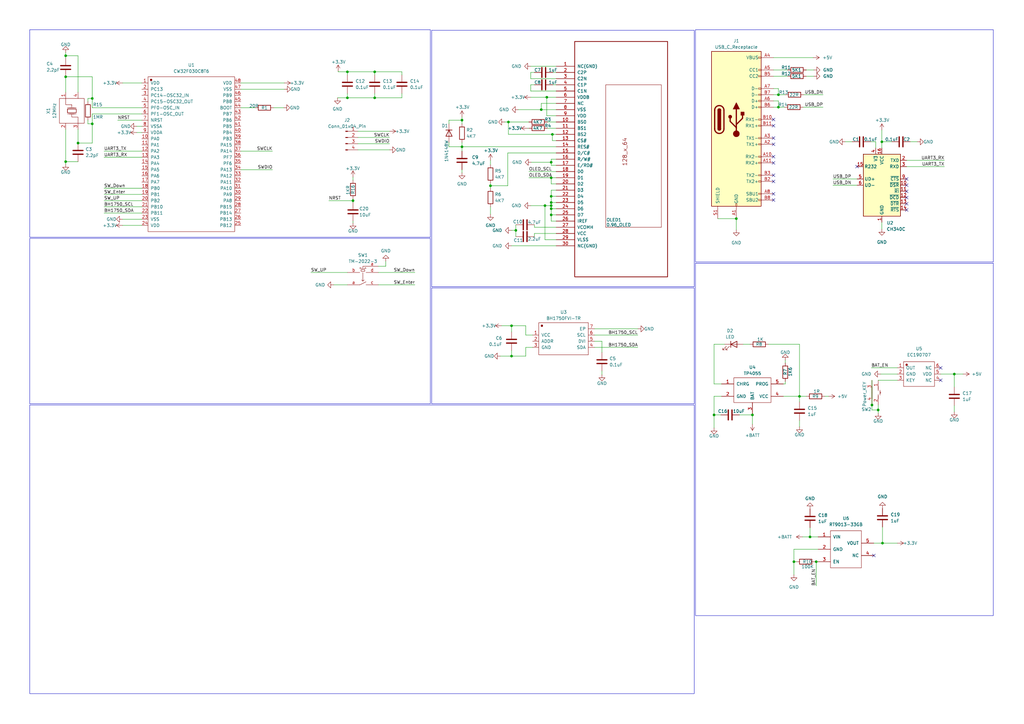
<source format=kicad_sch>
(kicad_sch (version 20230121) (generator eeschema)
  (paper "A3")
  (junction (at 142.494 29.464))
  (junction (at 201.168 76.2))
  (junction (at 153.67 40.132))
  (junction (at 226.568 55.118))
  (junction (at 361.95 222.758))
  (junction (at 226.06 88.138))
  (junction (at 189.484 60.198))
  (junction (at 226.06 85.598))
  (junction (at 325.628 230.378))
  (junction (at 37.846 50.8))
  (junction (at 189.484 49.276))
  (junction (at 357.632 166.116))
  (junction (at 221.996 44.958))
  (junction (at 224.282 39.878))
  (junction (at 308.61 170.18))
  (junction (at 142.494 40.132))
  (junction (at 319.278 43.942))
  (junction (at 211.582 94.488))
  (junction (at 332.232 220.218))
  (junction (at 209.804 133.604))
  (junction (at 319.278 38.862))
  (junction (at 292.862 170.18))
  (junction (at 360.172 168.148))
  (junction (at 32.004 58.674))
  (junction (at 26.924 22.86))
  (junction (at 226.06 72.898))
  (junction (at 334.772 230.378))
  (junction (at 391.414 153.416))
  (junction (at 302.006 89.662))
  (junction (at 153.67 29.464))
  (junction (at 226.06 83.058))
  (junction (at 144.78 82.296))
  (junction (at 26.924 66.294))
  (junction (at 361.696 58.166))
  (junction (at 223.52 84.328))
  (junction (at 209.804 146.05))
  (junction (at 226.06 84.328))
  (junction (at 208.534 50.038))
  (junction (at 327.914 162.56))
  (junction (at 26.924 31.496))
  (junction (at 226.06 80.518))
  (junction (at 226.06 66.548))
  (junction (at 37.846 40.386))
  (no_connect (at 371.856 75.946))
  (no_connect (at 371.856 86.106))
  (no_connect (at 317.246 71.882))
  (no_connect (at 371.856 81.026))
  (no_connect (at 385.826 150.876))
  (no_connect (at 371.856 83.566))
  (no_connect (at 371.856 78.486))
  (no_connect (at 317.246 82.042))
  (no_connect (at 317.246 51.562))
  (no_connect (at 371.856 73.406))
  (no_connect (at 317.246 79.502))
  (no_connect (at 385.826 155.956))
  (no_connect (at 358.394 227.838))
  (no_connect (at 351.536 68.326))
  (no_connect (at 317.246 64.262))
  (no_connect (at 317.246 66.802))
  (no_connect (at 317.246 49.022))
  (no_connect (at 317.246 59.182))
  (no_connect (at 317.246 74.422))
  (no_connect (at 317.246 56.642))
  (wire (pts (xy 317.246 36.322) (xy 319.278 36.322)))
  (wire (pts (xy 201.168 75.184) (xy 201.168 76.2)))
  (wire (pts (xy 209.804 146.05) (xy 215.646 146.05)))
  (wire (pts (xy 36.068 49.276) (xy 36.068 50.8)))
  (wire (pts (xy 209.804 136.144) (xy 209.804 133.604)))
  (wire (pts (xy 308.61 173.99) (xy 308.61 170.18)))
  (wire (pts (xy 223.52 84.328) (xy 226.06 84.328)))
  (wire (pts (xy 164.846 40.132) (xy 153.67 40.132)))
  (wire (pts (xy 32.004 37.846) (xy 32.004 22.86)))
  (wire (pts (xy 224.536 52.578) (xy 228.092 52.578)))
  (wire (pts (xy 26.924 66.294) (xy 32.004 66.294)))
  (wire (pts (xy 226.06 90.678) (xy 228.092 90.678)))
  (wire (pts (xy 228.092 75.438) (xy 226.06 75.438)))
  (wire (pts (xy 329.184 220.218) (xy 332.232 220.218)))
  (wire (pts (xy 136.906 116.84) (xy 142.494 116.84)))
  (wire (pts (xy 226.06 85.598) (xy 226.06 88.138)))
  (wire (pts (xy 144.78 82.296) (xy 144.78 83.058)))
  (wire (pts (xy 26.924 22.86) (xy 26.924 23.876)))
  (wire (pts (xy 334.264 230.378) (xy 334.772 230.378)))
  (wire (pts (xy 319.278 38.862) (xy 317.246 38.862)))
  (wire (pts (xy 317.246 41.402) (xy 319.278 41.402)))
  (wire (pts (xy 36.068 50.8) (xy 37.846 50.8)))
  (wire (pts (xy 359.156 58.166) (xy 359.156 60.706)))
  (wire (pts (xy 333.502 23.622) (xy 317.246 23.622)))
  (wire (pts (xy 226.06 67.818) (xy 228.092 67.818)))
  (wire (pts (xy 327.914 141.224) (xy 327.914 162.56)))
  (wire (pts (xy 327.914 162.56) (xy 321.31 162.56)))
  (wire (pts (xy 42.672 79.756) (xy 58.166 79.756)))
  (wire (pts (xy 376.174 58.166) (xy 373.38 58.166)))
  (wire (pts (xy 243.84 137.414) (xy 261.62 137.414)))
  (wire (pts (xy 208.28 62.738) (xy 208.28 76.2)))
  (wire (pts (xy 226.568 57.658) (xy 226.568 55.118)))
  (wire (pts (xy 42.672 82.296) (xy 58.166 82.296)))
  (wire (pts (xy 361.95 222.758) (xy 358.394 222.758)))
  (wire (pts (xy 228.092 62.738) (xy 208.28 62.738)))
  (wire (pts (xy 327.914 175.006) (xy 327.914 172.466)))
  (wire (pts (xy 226.06 88.138) (xy 228.092 88.138)))
  (wire (pts (xy 329.438 43.942) (xy 337.566 43.942)))
  (wire (pts (xy 134.874 82.296) (xy 144.78 82.296)))
  (wire (pts (xy 208.28 76.2) (xy 201.168 76.2)))
  (wire (pts (xy 42.672 84.836) (xy 58.166 84.836)))
  (wire (pts (xy 201.168 87.884) (xy 201.168 84.836)))
  (wire (pts (xy 319.278 38.862) (xy 322.072 38.862)))
  (wire (pts (xy 32.004 22.86) (xy 26.924 22.86)))
  (wire (pts (xy 361.696 53.34) (xy 361.696 58.166)))
  (wire (pts (xy 341.63 75.946) (xy 351.536 75.946)))
  (wire (pts (xy 346.71 58.166) (xy 349.504 58.166)))
  (wire (pts (xy 216.408 52.578) (xy 216.916 52.578)))
  (wire (pts (xy 261.62 134.874) (xy 243.84 134.874)))
  (wire (pts (xy 208.534 55.118) (xy 208.534 50.038)))
  (wire (pts (xy 368.046 155.956) (xy 360.172 155.956)))
  (wire (pts (xy 226.06 80.518) (xy 226.06 83.058)))
  (wire (pts (xy 217.678 34.798) (xy 217.678 37.338)))
  (wire (pts (xy 360.172 168.148) (xy 360.172 166.116)))
  (wire (pts (xy 319.278 43.942) (xy 321.818 43.942)))
  (wire (pts (xy 365.76 58.166) (xy 361.696 58.166)))
  (wire (pts (xy 184.15 58.42) (xy 184.15 60.198)))
  (wire (pts (xy 323.088 31.242) (xy 317.246 31.242)))
  (wire (pts (xy 228.092 77.978) (xy 226.06 77.978)))
  (wire (pts (xy 360.172 169.418) (xy 360.172 168.148)))
  (wire (pts (xy 219.202 93.218) (xy 228.092 93.218)))
  (wire (pts (xy 36.068 40.386) (xy 37.846 40.386)))
  (wire (pts (xy 357.632 155.956) (xy 357.632 166.116)))
  (wire (pts (xy 56.134 54.356) (xy 58.166 54.356)))
  (wire (pts (xy 361.188 153.416) (xy 368.046 153.416)))
  (wire (pts (xy 153.67 38.354) (xy 153.67 40.132)))
  (wire (pts (xy 226.06 72.898) (xy 228.092 72.898)))
  (wire (pts (xy 357.632 166.116) (xy 357.632 168.148)))
  (wire (pts (xy 292.862 170.18) (xy 295.656 170.18)))
  (wire (pts (xy 158.242 107.188) (xy 158.242 109.22)))
  (wire (pts (xy 321.31 157.48) (xy 322.072 157.48)))
  (wire (pts (xy 116.332 44.196) (xy 112.268 44.196)))
  (wire (pts (xy 111.76 69.596) (xy 98.806 69.596)))
  (wire (pts (xy 226.06 83.058) (xy 226.06 84.328)))
  (wire (pts (xy 325.628 235.712) (xy 325.628 230.378)))
  (wire (pts (xy 243.84 142.494) (xy 261.62 142.494)))
  (wire (pts (xy 50.292 92.456) (xy 58.166 92.456)))
  (wire (pts (xy 325.628 230.378) (xy 326.644 230.378)))
  (wire (pts (xy 319.278 36.322) (xy 319.278 38.862)))
  (wire (pts (xy 228.092 85.598) (xy 226.06 85.598)))
  (wire (pts (xy 224.536 50.038) (xy 228.092 50.038)))
  (wire (pts (xy 209.804 100.838) (xy 228.092 100.838)))
  (wire (pts (xy 116.586 36.576) (xy 98.806 36.576)))
  (wire (pts (xy 189.484 61.976) (xy 189.484 60.198)))
  (wire (pts (xy 184.15 49.276) (xy 189.484 49.276)))
  (wire (pts (xy 221.996 44.958) (xy 228.092 44.958)))
  (wire (pts (xy 228.092 42.418) (xy 221.996 42.418)))
  (wire (pts (xy 219.202 29.718) (xy 217.678 29.718)))
  (wire (pts (xy 387.35 68.326) (xy 371.856 68.326)))
  (wire (pts (xy 215.646 146.05) (xy 215.646 142.494)))
  (wire (pts (xy 226.06 66.548) (xy 226.06 67.818)))
  (wire (pts (xy 217.678 27.178) (xy 228.092 27.178)))
  (wire (pts (xy 325.628 225.298) (xy 335.534 225.298)))
  (wire (pts (xy 221.996 42.418) (xy 221.996 44.958)))
  (wire (pts (xy 32.004 53.086) (xy 32.004 58.674)))
  (wire (pts (xy 217.678 29.718) (xy 217.678 32.258)))
  (wire (pts (xy 216.916 70.358) (xy 228.092 70.358)))
  (wire (pts (xy 42.672 77.216) (xy 58.166 77.216)))
  (wire (pts (xy 48.26 49.276) (xy 58.166 49.276)))
  (wire (pts (xy 292.862 157.48) (xy 292.862 141.224)))
  (wire (pts (xy 155.194 111.76) (xy 170.18 111.76)))
  (wire (pts (xy 292.862 141.224) (xy 297.18 141.224)))
  (wire (pts (xy 226.06 88.138) (xy 226.06 90.678)))
  (wire (pts (xy 302.006 89.662) (xy 294.386 89.662)))
  (wire (pts (xy 138.684 29.21) (xy 138.684 29.464)))
  (wire (pts (xy 153.67 29.464) (xy 164.846 29.464)))
  (wire (pts (xy 322.072 157.48) (xy 322.072 156.464)))
  (wire (pts (xy 138.43 40.132) (xy 142.494 40.132)))
  (wire (pts (xy 391.414 158.75) (xy 391.414 153.416)))
  (wire (pts (xy 127.508 111.76) (xy 142.494 111.76)))
  (wire (pts (xy 223.52 98.298) (xy 223.52 84.328)))
  (wire (pts (xy 357.632 168.148) (xy 360.172 168.148)))
  (wire (pts (xy 158.242 109.22) (xy 155.194 109.22)))
  (wire (pts (xy 215.646 137.414) (xy 215.646 133.604)))
  (wire (pts (xy 319.278 41.402) (xy 319.278 43.942)))
  (wire (pts (xy 56.134 51.816) (xy 58.166 51.816)))
  (wire (pts (xy 209.804 94.488) (xy 211.582 94.488)))
  (wire (pts (xy 37.846 44.196) (xy 37.846 40.386)))
  (wire (pts (xy 212.598 44.958) (xy 221.996 44.958)))
  (wire (pts (xy 205.232 146.05) (xy 209.804 146.05)))
  (wire (pts (xy 26.924 31.496) (xy 26.924 37.846)))
  (wire (pts (xy 58.166 44.196) (xy 37.846 44.196)))
  (wire (pts (xy 209.804 133.604) (xy 215.646 133.604)))
  (wire (pts (xy 217.932 66.548) (xy 226.06 66.548)))
  (wire (pts (xy 116.586 34.036) (xy 98.806 34.036)))
  (wire (pts (xy 325.628 230.378) (xy 325.628 225.298)))
  (wire (pts (xy 361.95 216.154) (xy 361.95 222.758)))
  (wire (pts (xy 357.378 150.876) (xy 368.046 150.876)))
  (wire (pts (xy 334.772 230.378) (xy 335.534 230.378)))
  (wire (pts (xy 144.78 91.44) (xy 144.78 90.678)))
  (wire (pts (xy 26.924 66.294) (xy 26.924 53.086)))
  (wire (pts (xy 226.822 34.798) (xy 228.092 34.798)))
  (wire (pts (xy 138.684 29.464) (xy 142.494 29.464)))
  (wire (pts (xy 26.924 67.31) (xy 26.924 66.294)))
  (wire (pts (xy 37.846 58.674) (xy 37.846 50.8)))
  (wire (pts (xy 159.766 56.388) (xy 146.812 56.388)))
  (wire (pts (xy 159.766 58.928) (xy 146.812 58.928)))
  (wire (pts (xy 42.672 87.376) (xy 58.166 87.376)))
  (wire (pts (xy 228.092 47.498) (xy 224.282 47.498)))
  (wire (pts (xy 37.846 50.8) (xy 37.846 46.736)))
  (wire (pts (xy 142.494 40.132) (xy 142.494 38.354)))
  (wire (pts (xy 322.072 147.828) (xy 322.072 148.844)))
  (wire (pts (xy 302.006 94.234) (xy 302.006 89.662)))
  (wire (pts (xy 219.202 34.798) (xy 217.678 34.798)))
  (wire (pts (xy 330.708 162.56) (xy 327.914 162.56)))
  (wire (pts (xy 189.484 70.866) (xy 189.484 69.596)))
  (wire (pts (xy 142.494 29.464) (xy 153.67 29.464)))
  (wire (pts (xy 184.15 50.8) (xy 184.15 49.276)))
  (wire (pts (xy 226.06 77.978) (xy 226.06 80.518)))
  (wire (pts (xy 155.194 116.84) (xy 170.18 116.84)))
  (wire (pts (xy 50.292 89.916) (xy 58.166 89.916)))
  (wire (pts (xy 292.862 170.18) (xy 292.862 162.56)))
  (wire (pts (xy 226.568 55.118) (xy 228.092 55.118)))
  (wire (pts (xy 334.772 240.284) (xy 334.772 230.378)))
  (wire (pts (xy 361.696 58.166) (xy 361.696 60.706)))
  (wire (pts (xy 144.78 72.644) (xy 144.78 73.914)))
  (wire (pts (xy 111.76 61.976) (xy 98.806 61.976)))
  (wire (pts (xy 226.06 65.278) (xy 226.06 66.548)))
  (wire (pts (xy 215.646 142.494) (xy 218.44 142.494)))
  (wire (pts (xy 226.568 55.118) (xy 208.534 55.118)))
  (wire (pts (xy 36.068 41.656) (xy 36.068 40.386)))
  (wire (pts (xy 218.44 137.414) (xy 215.646 137.414)))
  (wire (pts (xy 189.484 49.276) (xy 189.484 50.8)))
  (wire (pts (xy 42.672 61.976) (xy 58.166 61.976)))
  (wire (pts (xy 164.846 38.354) (xy 164.846 40.132)))
  (wire (pts (xy 201.168 76.2) (xy 201.168 77.216)))
  (wire (pts (xy 184.15 60.198) (xy 189.484 60.198)))
  (wire (pts (xy 226.06 84.328) (xy 226.06 85.598)))
  (wire (pts (xy 153.67 40.132) (xy 142.494 40.132)))
  (wire (pts (xy 217.678 84.328) (xy 223.52 84.328)))
  (wire (pts (xy 319.278 43.942) (xy 317.246 43.942)))
  (wire (pts (xy 189.484 58.42) (xy 189.484 60.198)))
  (wire (pts (xy 211.582 94.488) (xy 211.582 92.202)))
  (wire (pts (xy 323.088 28.702) (xy 317.246 28.702)))
  (wire (pts (xy 304.8 141.224) (xy 307.594 141.224)))
  (wire (pts (xy 292.862 175.514) (xy 292.862 170.18)))
  (wire (pts (xy 243.84 139.954) (xy 246.888 139.954)))
  (wire (pts (xy 201.168 65.786) (xy 201.168 67.564)))
  (wire (pts (xy 211.582 94.488) (xy 211.582 97.028)))
  (wire (pts (xy 228.092 98.298) (xy 223.52 98.298)))
  (wire (pts (xy 292.862 162.56) (xy 295.91 162.56)))
  (wire (pts (xy 357.124 58.166) (xy 359.156 58.166)))
  (wire (pts (xy 26.924 21.59) (xy 26.924 22.86)))
  (wire (pts (xy 42.672 64.516) (xy 58.166 64.516)))
  (wire (pts (xy 217.678 39.878) (xy 224.282 39.878)))
  (wire (pts (xy 224.282 47.498) (xy 224.282 39.878)))
  (wire (pts (xy 104.648 44.196) (xy 98.806 44.196)))
  (wire (pts (xy 246.888 139.954) (xy 246.888 144.526)))
  (wire (pts (xy 207.01 50.038) (xy 208.534 50.038)))
  (wire (pts (xy 209.804 143.764) (xy 209.804 146.05)))
  (wire (pts (xy 159.766 61.468) (xy 146.812 61.468)))
  (wire (pts (xy 394.97 153.416) (xy 391.414 153.416)))
  (wire (pts (xy 153.67 29.464) (xy 153.67 30.734)))
  (wire (pts (xy 226.06 83.058) (xy 228.092 83.058)))
  (wire (pts (xy 391.414 168.91) (xy 391.414 166.37)))
  (wire (pts (xy 330.708 28.702) (xy 333.756 28.702)))
  (wire (pts (xy 226.822 29.718) (xy 228.092 29.718)))
  (wire (pts (xy 332.232 220.218) (xy 335.534 220.218)))
  (wire (pts (xy 217.678 32.258) (xy 228.092 32.258)))
  (wire (pts (xy 332.232 216.408) (xy 332.232 220.218)))
  (wire (pts (xy 315.214 141.224) (xy 327.914 141.224)))
  (wire (pts (xy 142.494 29.464) (xy 142.494 30.734)))
  (wire (pts (xy 391.414 153.416) (xy 385.826 153.416)))
  (wire (pts (xy 216.916 72.898) (xy 226.06 72.898)))
  (wire (pts (xy 228.092 65.278) (xy 226.06 65.278)))
  (wire (pts (xy 303.276 170.18) (xy 308.61 170.18)))
  (wire (pts (xy 37.846 46.736) (xy 58.166 46.736)))
  (wire (pts (xy 205.74 133.604) (xy 209.804 133.604)))
  (wire (pts (xy 217.678 37.338) (xy 228.092 37.338)))
  (wire (pts (xy 219.202 92.202) (xy 219.202 93.218)))
  (wire (pts (xy 226.06 80.518) (xy 228.092 80.518)))
  (wire (pts (xy 32.004 58.674) (xy 37.846 58.674)))
  (wire (pts (xy 330.708 31.242) (xy 333.756 31.242)))
  (wire (pts (xy 338.328 162.56) (xy 339.852 162.56)))
  (wire (pts (xy 50.292 34.036) (xy 58.166 34.036)))
  (wire (pts (xy 327.914 164.846) (xy 327.914 162.56)))
  (wire (pts (xy 361.696 93.98) (xy 361.696 91.186)))
  (wire (pts (xy 164.846 29.464) (xy 164.846 30.734)))
  (wire (pts (xy 246.888 153.67) (xy 246.888 152.146)))
  (wire (pts (xy 224.282 39.878) (xy 228.092 39.878)))
  (wire (pts (xy 228.092 57.658) (xy 226.568 57.658)))
  (wire (pts (xy 189.484 48.006) (xy 189.484 49.276)))
  (wire (pts (xy 37.846 31.496) (xy 26.924 31.496)))
  (wire (pts (xy 226.06 75.438) (xy 226.06 72.898)))
  (wire (pts (xy 208.534 50.038) (xy 216.916 50.038)))
  (wire (pts (xy 144.78 81.534) (xy 144.78 82.296)))
  (wire (pts (xy 159.766 53.848) (xy 146.812 53.848)))
  (wire (pts (xy 368.046 222.758) (xy 361.95 222.758)))
  (wire (pts (xy 37.846 40.386) (xy 37.846 31.496)))
  (wire (pts (xy 387.35 65.786) (xy 371.856 65.786)))
  (wire (pts (xy 295.91 157.48) (xy 292.862 157.48)))
  (wire (pts (xy 341.63 73.406) (xy 351.536 73.406)))
  (wire (pts (xy 219.202 95.758) (xy 219.202 97.028)))
  (wire (pts (xy 228.092 95.758) (xy 219.202 95.758)))
  (wire (pts (xy 189.484 60.198) (xy 228.092 60.198)))
  (wire (pts (xy 329.692 38.862) (xy 337.566 38.862)))
  (rectangle (start 12.192 166.116) (end 284.734 284.48))
  (rectangle (start 12.192 97.79) (end 176.53 165.608))
  (rectangle (start 285.242 107.95) (end 407.416 252.476))
  (rectangle (start 177.038 12.446) (end 284.734 117.602))
  (rectangle (start 177.038 118.11) (end 284.734 165.608))
  (rectangle (start 285.242 12.192) (end 407.416 107.442))
  (rectangle (start 12.192 12.192) (end 176.53 97.282))
  (label "SW_UP" (at 42.672 82.296 0))
  (label "UART3_RX" (at 387.35 65.786 180))
  (label "NRST" (at 48.26 49.276 0))
  (label "SWCLK" (at 159.766 56.388 180))
  (label "USB_DN" (at 337.566 38.862 180))
  (label "NRST" (at 134.874 82.296 0))
  (label "SWCLK" (at 111.76 61.976 180))
  (label "BAT_EN" (at 357.378 150.876 0))
  (label "OLED_SDA" (at 216.916 72.898 0))
  (label "UART3_RX" (at 42.672 64.516 0))
  (label "BH1750_SDA" (at 42.672 87.376 0))
  (label "SW_Enter" (at 170.18 116.84 180))
  (label "SW_UP" (at 127.508 111.76 0))
  (label "UART3_TX" (at 387.35 68.326 180))
  (label "OLED_SCL" (at 216.916 70.358 0))
  (label "UART3_TX" (at 42.672 61.976 0))
  (label "SWDIO" (at 111.76 69.596 180))
  (label "USB_DN" (at 341.63 75.946 0))
  (label "BH1750_SCL" (at 42.672 84.836 0))
  (label "BAT_EN" (at 334.772 240.284 90))
  (label "USB_DP" (at 341.63 73.406 0))
  (label "SW_Down" (at 170.18 111.76 180))
  (label "SW_Enter" (at 42.672 79.756 0))
  (label "USB_DP" (at 337.566 43.942 180))
  (label "BH1750_SDA" (at 261.62 142.494 180))
  (label "SW_Down" (at 42.672 77.216 0))
  (label "SWDIO" (at 159.766 58.928 180))
  (label "BH1750_SCL" (at 261.62 137.414 180))
  (symbol (lib_id "Device:R") (at 201.168 81.026 0) (unit 1)
    (property "Reference" "R6" (at 202.946 79.756 0) (effects (justify left)))
    (property "Value" "4K7" (at 202.946 82.296 0) (effects (justify left)))
    (property "Footprint" "Resistor_SMD:R_0603_1608Metric" (effects hide))
  )
  (symbol (lib_id "Device:R") (at 325.882 38.862 90) (unit 1)
    (property "Reference" "R13" (at 323.342 37.846 90) (effects (justify left)))
    (property "Value" "22R" (at 327.66 38.862 90) (effects (justify left)))
    (property "Footprint" "Resistor_SMD:R_0603_1608Metric" (effects hide))
  )
  (symbol (lib_id "power:GND") (at 332.232 208.788 180) (unit 1)
    (property "Reference" "#PWR047" (effects hide))
    (property "Value" "GND" (at 332.232 204.47 0))
  )
  (symbol (lib_id "power:+3.3V") (at 205.74 133.604 90) (unit 1)
    (property "Reference" "#PWR016" (effects hide))
    (property "Value" "+3.3V" (at 203.454 133.604 90) (effects (justify left)))
  )
  (symbol (lib_id "power:GND") (at 217.932 66.548 270) (unit 1)
    (property "Reference" "#PWR021" (effects hide))
    (property "Value" "GND" (at 214.122 66.548 90) (effects (justify right)))
  )
  (symbol (lib_id "Device:C") (at 142.494 34.544 0) (unit 1)
    (property "Reference" "C12" (at 145.796 33.274 0) (effects (justify left)))
    (property "Value" "0.1uF" (at 145.796 35.814 0) (effects (justify left)))
    (property "Footprint" "Capacitor_SMD:C_0603_1608Metric" (effects hide))
  )
  (symbol (lib_id "Device:R") (at 189.484 54.61 0) (unit 1)
    (property "Reference" "R2" (at 191.262 53.34 0) (effects (justify left)))
    (property "Value" "4K7" (at 191.262 55.88 0) (effects (justify left)))
    (property "Footprint" "Resistor_SMD:R_0603_1608Metric" (effects hide))
  )
  (symbol (lib_id "Device:C") (at 189.484 65.786 0) (unit 1)
    (property "Reference" "C9" (at 193.548 64.516 0) (effects (justify left)))
    (property "Value" "4.7uF" (at 193.548 67.056 0) (effects (justify left)))
    (property "Footprint" "Capacitor_SMD:C_0603_1608Metric" (effects hide))
  )
  (symbol (lib_id "power:GND") (at 26.924 21.59 180) (unit 1)
    (property "Reference" "#PWR056" (effects hide))
    (property "Value" "GND" (at 26.924 18.288 0))
  )
  (symbol (lib_id "power:+3.3V") (at 159.766 53.848 270) (unit 1)
    (property "Reference" "#PWR053" (effects hide))
    (property "Value" "+3.3V" (at 162.052 53.848 90) (effects (justify left)))
  )
  (symbol (lib_id "Device:C") (at 215.392 97.028 90) (unit 1)
    (property "Reference" "C11" (at 212.598 98.552 90))
    (property "Value" "2.2uF" (at 219.202 98.044 90))
    (property "Footprint" "Capacitor_SMD:C_0603_1608Metric" (effects hide))
  )
  (symbol (lib_id "kicad_lceda:TP4055") (at 308.61 162.56 0) (unit 1)
    (property "Reference" "U4" (at 308.61 150.622 0))
    (property "Value" "TP4055" (at 308.61 153.162 0))
    (property "Footprint" "kicad_lceda:SOT-23-5_L3.0-W1.7-P0.95-LS2.8-BR" (effects hide))
    (property "Datasheet" "http://www.szlcsc.com/product/details_29192.html" (effects hide))
    (property "SuppliersPartNumber" "C28441" (effects hide))
    (property "uuid" "std:1bbebf92ddc54dda57cea3e94146e35d" (effects hide))
  )
  (symbol (lib_id "power:GND") (at 201.168 87.884 0) (unit 1)
    (property "Reference" "#PWR027" (effects hide))
    (property "Value" "GND" (at 201.168 92.456 0))
  )
  (symbol (lib_id "kicad_lceda:X1E0000210375000G") (at 29.464 45.466 270) (unit 1)
    (property "Reference" "X1" (at 19.812 45.466 0))
    (property "Value" "12MHz" (at 22.352 45.466 0))
    (property "Footprint" "kicad_lceda:CRYSTAL-SMD_4P-L3.2-W2.5-BL" (effects hide))
    (property "Datasheet" "http://www.szlcsc.com/product/details_90559.html" (effects hide))
    (property "SuppliersPartNumber" "C89379" (effects hide))
    (property "uuid" "std:02b1c9aa34634cb4c4d01622c3340320" (effects hide))
  )
  (symbol (lib_id "power:GND") (at 209.804 94.488 270) (unit 1)
    (property "Reference" "#PWR030" (effects hide))
    (property "Value" "GND" (at 205.994 94.488 90) (effects (justify right)))
  )
  (symbol (lib_id "power:GND") (at 217.678 84.328 270) (unit 1)
    (property "Reference" "#PWR022" (effects hide))
    (property "Value" "GND" (at 213.868 84.328 90) (effects (justify right)))
  )
  (symbol (lib_id "Device:R") (at 334.518 162.56 270) (unit 1)
    (property "Reference" "R9" (at 335.788 162.56 90) (effects (justify right)))
    (property "Value" "1R" (at 336.296 160.528 90) (effects (justify right)))
    (property "Footprint" "Resistor_SMD:R_0603_1608Metric" (effects hide))
  )
  (symbol (lib_id "Device:C") (at 369.57 58.166 270) (mirror x) (unit 1)
    (property "Reference" "C2" (at 371.856 57.15 90))
    (property "Value" "0.1uF" (at 365.76 57.15 90))
    (property "Footprint" "Capacitor_SMD:C_0603_1608Metric" (effects hide))
  )
  (symbol (lib_id "power:GND") (at 361.188 153.416 270) (mirror x) (unit 1)
    (property "Reference" "#PWR040" (effects hide))
    (property "Value" "GND" (at 355.346 153.416 90))
  )
  (symbol (lib_id "power:+3.3V") (at 217.678 39.878 90) (unit 1)
    (property "Reference" "#PWR020" (effects hide))
    (property "Value" "+3.3V" (at 215.392 39.878 90) (effects (justify left)))
  )
  (symbol (lib_id "Device:C") (at 215.392 92.202 90) (unit 1)
    (property "Reference" "C10" (at 212.344 90.932 90))
    (property "Value" "4.7uF" (at 219.202 91.186 90))
    (property "Footprint" "Capacitor_SMD:C_0603_1608Metric" (effects hide))
  )
  (symbol (lib_id "Device:R") (at 220.726 52.578 90) (unit 1)
    (property "Reference" "R4" (at 226.06 51.562 90) (effects (justify left)))
    (property "Value" "4K7" (at 222.504 52.578 90) (effects (justify left)))
    (property "Footprint" "Resistor_SMD:R_0603_1608Metric" (effects hide))
  )
  (symbol (lib_id "power:GND") (at 391.414 168.91 0) (mirror y) (unit 1)
    (property "Reference" "#PWR042" (effects hide))
    (property "Value" "GND" (at 391.414 172.212 0))
  )
  (symbol (lib_id "UserLib:0.96_OLED") (at 253.492 65.278 270) (unit 1)
    (property "Reference" "OLED1" (at 248.666 90.17 90) (effects (justify left)))
    (property "Value" "0.96_OLED" (at 248.666 92.202 90) (effects (justify left)))
    (property "Footprint" "Userlib:OLED_0.96-30P-P0.70-12864" (effects hide))
    (property "Datasheet" "http://www.szlcsc.com/product/details_235380.html" (effects hide))
    (property "SuppliersPartNumber" "C194313" (effects hide))
    (property "uuid" "std:78f995edecce44a1875d02ef1a6329ac" (effects hide))
  )
  (symbol (lib_id "power:GND") (at 116.332 44.196 90) (unit 1)
    (property "Reference" "#PWR013" (effects hide))
    (property "Value" "GND" (at 120.904 44.196 90))
  )
  (symbol (lib_id "power:GND") (at 159.766 61.468 90) (unit 1)
    (property "Reference" "#PWR054" (effects hide))
    (property "Value" "GND" (at 164.338 61.468 90))
  )
  (symbol (lib_id "power:GND") (at 246.888 153.67 0) (unit 1)
    (property "Reference" "#PWR015" (effects hide))
    (property "Value" "GND" (at 246.888 157.226 0))
  )
  (symbol (lib_id "power:GND") (at 209.804 100.838 270) (unit 1)
    (property "Reference" "#PWR029" (effects hide))
    (property "Value" "GND" (at 205.994 100.838 90) (effects (justify right)))
  )
  (symbol (lib_id "Device:R") (at 326.898 31.242 90) (unit 1)
    (property "Reference" "R12" (at 324.358 30.226 90) (effects (justify left)))
    (property "Value" "5K1" (at 328.676 31.242 90) (effects (justify left)))
    (property "Footprint" "Resistor_SMD:R_0603_1608Metric" (effects hide))
  )
  (symbol (lib_id "Device:R") (at 322.072 152.654 180) (unit 1)
    (property "Reference" "R7" (at 322.072 153.924 90) (effects (justify right)))
    (property "Value" "1K6" (at 324.104 154.432 90) (effects (justify right)))
    (property "Footprint" "Resistor_SMD:R_0603_1608Metric" (effects hide))
  )
  (symbol (lib_id "Device:R") (at 330.454 230.378 90) (unit 1)
    (property "Reference" "R10" (at 329.184 230.378 90) (effects (justify right)))
    (property "Value" "100K" (at 328.676 232.41 90) (effects (justify right)))
    (property "Footprint" "Resistor_SMD:R_0603_1608Metric" (effects hide))
  )
  (symbol (lib_id "power:GND") (at 361.696 93.98 0) (unit 1)
    (property "Reference" "#PWR010" (effects hide))
    (property "Value" "GND" (at 361.696 99.314 0))
  )
  (symbol (lib_id "Device:R") (at 144.78 77.724 180) (unit 1)
    (property "Reference" "R16" (at 144.78 77.724 90))
    (property "Value" "1KR" (at 142.748 77.978 90))
    (property "Footprint" "Resistor_SMD:R_0603_1608Metric" (effects hide))
  )
  (symbol (lib_id "Device:C") (at 209.804 139.954 0) (mirror x) (unit 1)
    (property "Reference" "C6" (at 205.994 138.684 0) (effects (justify right)))
    (property "Value" "0.1uF" (at 205.994 141.224 0) (effects (justify right)))
    (property "Footprint" "Capacitor_SMD:C_0603_1608Metric" (effects hide))
  )
  (symbol (lib_id "kicad_lceda:CW32F030C8T6") (at 78.486 63.246 0) (unit 1)
    (property "Reference" "U1" (at 78.486 26.67 0))
    (property "Value" "CW32F030C8T6" (at 78.486 29.21 0))
    (property "Footprint" "kicad_lceda:LQFP-48_L7.0-W7.0-P0.50-LS9.0-BL" (effects hide))
    (property "SuppliersPartNumber" "C9900005459" (effects hide))
    (property "uuid" "std:5cbba0cdcb3e47389457023bbe0c3c3a" (effects hide))
  )
  (symbol (lib_id "power:GND") (at 158.242 107.188 180) (unit 1)
    (property "Reference" "#PWR033" (effects hide))
    (property "Value" "GND" (at 158.242 102.87 0))
  )
  (symbol (lib_id "power:GND") (at 207.01 50.038 270) (unit 1)
    (property "Reference" "#PWR025" (effects hide))
    (property "Value" "GND" (at 204.216 50.038 90) (effects (justify right)))
  )
  (symbol (lib_id "power:GND") (at 205.232 146.05 270) (unit 1)
    (property "Reference" "#PWR017" (effects hide))
    (property "Value" "GND" (at 200.66 146.05 90))
  )
  (symbol (lib_id "Device:C") (at 299.466 170.18 90) (unit 1)
    (property "Reference" "C16" (at 296.418 168.656 90))
    (property "Value" "10uF" (at 303.022 168.656 90))
    (property "Footprint" "Capacitor_SMD:C_0603_1608Metric" (effects hide))
  )
  (symbol (lib_id "power:+3.3V") (at 201.168 65.786 0) (unit 1)
    (property "Reference" "#PWR028" (effects hide))
    (property "Value" "+3.3V" (at 198.374 61.722 0) (effects (justify left)))
  )
  (symbol (lib_id "Device:C") (at 361.95 212.344 0) (unit 1)
    (property "Reference" "C19" (at 365.252 211.074 0) (effects (justify left)))
    (property "Value" "1uF" (at 365.252 213.614 0) (effects (justify left)))
    (property "Footprint" "Capacitor_SMD:C_0603_1608Metric" (effects hide))
  )
  (symbol (lib_id "power:GND") (at 376.174 58.166 90) (mirror x) (unit 1)
    (property "Reference" "#PWR055" (effects hide))
    (property "Value" "GND" (at 378.714 58.166 90) (effects (justify right)))
  )
  (symbol (lib_id "Device:R") (at 311.404 141.224 270) (unit 1)
    (property "Reference" "R8" (at 312.674 141.224 90) (effects (justify right)))
    (property "Value" "1K" (at 313.182 139.192 90) (effects (justify right)))
    (property "Footprint" "Resistor_SMD:R_0603_1608Metric" (effects hide))
  )
  (symbol (lib_id "power:GND") (at 325.628 235.712 0) (unit 1)
    (property "Reference" "#PWR045" (effects hide))
    (property "Value" "GND" (at 325.628 240.792 0))
  )
  (symbol (lib_id "power:GND") (at 361.95 208.534 180) (unit 1)
    (property "Reference" "#PWR048" (effects hide))
    (property "Value" "GND" (at 361.95 203.708 0))
  )
  (symbol (lib_id "power:GND") (at 327.914 175.006 0) (mirror y) (unit 1)
    (property "Reference" "#PWR037" (effects hide))
    (property "Value" "GND" (at 327.914 178.308 0))
  )
  (symbol (lib_id "power:GND") (at 212.598 44.958 270) (unit 1)
    (property "Reference" "#PWR019" (effects hide))
    (property "Value" "GND" (at 208.788 44.958 90) (effects (justify right)))
  )
  (symbol (lib_id "Connector:USB_C_Receptacle") (at 302.006 49.022 0) (unit 1)
    (property "Reference" "J1" (at 302.006 16.764 0))
    (property "Value" "USB_C_Receptacle" (at 302.006 19.304 0))
    (property "Footprint" "Connector_USB:USB_C_Receptacle_GCT_USB4105-xx-A_16P_TopMnt_Horizontal" (effects hide))
    (property "Datasheet" "https://www.usb.org/sites/default/files/documents/usb_type-c.zip" (effects hide))
  )
  (symbol (lib_id "power:+5V") (at 394.97 153.416 270) (unit 1)
    (property "Reference" "#PWR041" (effects hide))
    (property "Value" "+5V" (at 398.526 153.416 90) (effects (justify left)))
  )
  (symbol (lib_id "power:+3.3V") (at 138.684 29.21 0) (unit 1)
    (property "Reference" "#PWR031" (effects hide))
    (property "Value" "+3.3V" (at 135.89 25.4 0) (effects (justify left)))
  )
  (symbol (lib_id "power:GND") (at 116.586 36.576 90) (unit 1)
    (property "Reference" "#PWR06" (effects hide))
    (property "Value" "GND" (at 121.158 36.576 90))
  )
  (symbol (lib_id "power:+BATT") (at 308.61 173.99 180) (unit 1)
    (property "Reference" "#PWR043" (effects hide))
    (property "Value" "+BATT" (at 308.61 178.562 0))
  )
  (symbol (lib_id "power:+5V") (at 333.502 23.622 270) (unit 1)
    (property "Reference" "#PWR049" (effects hide))
    (property "Value" "+5V" (at 337.312 23.622 90) (effects (justify left)))
  )
  (symbol (lib_id "power:GND") (at 136.906 116.84 270) (unit 1)
    (property "Reference" "#PWR034" (effects hide))
    (property "Value" "GND" (at 133.35 116.84 90) (effects (justify right)))
  )
  (symbol (lib_id "power:GND") (at 144.78 91.44 0) (unit 1)
    (property "Reference" "#PWR08" (effects hide))
    (property "Value" "GND" (at 144.78 94.742 0))
  )
  (symbol (lib_id "Device:C") (at 246.888 148.336 0) (unit 1)
    (property "Reference" "C5" (at 249.936 147.066 0) (effects (justify left)))
    (property "Value" "0.1uF" (at 249.936 149.606 0) (effects (justify left)))
    (property "Footprint" "Capacitor_SMD:C_0603_1608Metric" (effects hide))
  )
  (symbol (lib_id "power:GND") (at 360.172 169.418 0) (mirror y) (unit 1)
    (property "Reference" "#PWR039" (effects hide))
    (property "Value" "GND" (at 360.172 172.72 0))
  )
  (symbol (lib_id "power:GND") (at 261.62 134.874 90) (unit 1)
    (property "Reference" "#PWR014" (effects hide))
    (property "Value" "GND" (at 266.192 134.874 90))
  )
  (symbol (lib_id "Device:R") (at 201.168 71.374 0) (unit 1)
    (property "Reference" "R5" (at 202.946 70.104 0) (effects (justify left)))
    (property "Value" "4K7" (at 202.946 72.644 0) (effects (justify left)))
    (property "Footprint" "Resistor_SMD:R_0603_1608Metric" (effects hide))
  )
  (symbol (lib_id "Device:R") (at 326.898 28.702 90) (unit 1)
    (property "Reference" "R11" (at 324.358 27.686 90) (effects (justify left)))
    (property "Value" "5K1" (at 328.676 28.702 90) (effects (justify left)))
    (property "Footprint" "Resistor_SMD:R_0603_1608Metric" (effects hide))
  )
  (symbol (lib_id "power:+3.3V") (at 116.586 34.036 270) (unit 1)
    (property "Reference" "#PWR07" (effects hide))
    (property "Value" "+3.3V" (at 118.872 34.036 90) (effects (justify left)))
  )
  (symbol (lib_id "Diode:1N4148W") (at 184.15 54.61 270) (unit 1)
    (property "Reference" "D1" (at 181.102 51.562 90) (effects (justify left)))
    (property "Value" "1N4148W" (at 183.134 57.404 0) (effects (justify left)))
    (property "Footprint" "Diode_SMD:D_SOD-123" (effects hide))
    (property "Datasheet" "https://www.vishay.com/docs/85748/1n4148w.pdf" (effects hide))
    (property "Sim.Device" "D" (effects hide))
    (property "Sim.Pins" "1=K 2=A" (effects hide))
  )
  (symbol (lib_id "Device:R") (at 325.628 43.942 90) (unit 1)
    (property "Reference" "R14" (at 323.088 42.926 90) (effects (justify left)))
    (property "Value" "22R" (at 327.406 43.942 90) (effects (justify left)))
    (property "Footprint" "Resistor_SMD:R_0603_1608Metric" (effects hide))
  )
  (symbol (lib_id "power:+3.3V") (at 368.046 222.758 270) (unit 1)
    (property "Reference" "#PWR046" (effects hide))
    (property "Value" "+3.3V" (at 370.332 222.758 90) (effects (justify left)))
  )
  (symbol (lib_id "Device:C") (at 391.414 162.56 0) (unit 1)
    (property "Reference" "C17" (at 394.716 161.29 0) (effects (justify left)))
    (property "Value" "1uF" (at 394.716 163.83 0) (effects (justify left)))
    (property "Footprint" "Capacitor_SMD:C_0603_1608Metric" (effects hide))
  )
  (symbol (lib_id "Device:C") (at 144.78 86.868 0) (unit 1)
    (property "Reference" "C20" (at 147.32 85.598 0) (effects (justify left)))
    (property "Value" "10uF" (at 147.32 88.138 0) (effects (justify left)))
    (property "Footprint" "Capacitor_SMD:C_0603_1608Metric" (effects hide))
  )
  (symbol (lib_id "power:+3.3V") (at 216.408 52.578 90) (unit 1)
    (property "Reference" "#PWR026" (effects hide))
    (property "Value" "+3.3V" (at 214.122 52.578 90) (effects (justify left)))
  )
  (symbol (lib_id "Device:C") (at 32.004 62.484 0) (unit 1)
    (property "Reference" "C3" (at 35.052 61.214 0) (effects (justify left)))
    (property "Value" "2.2pF" (at 35.052 63.754 0) (effects (justify left)))
    (property "Footprint" "Capacitor_SMD:C_0603_1608Metric" (effects hide))
  )
  (symbol (lib_id "Device:R") (at 36.068 45.466 0) (unit 1)
    (property "Reference" "R15" (at 38.1 42.926 0) (effects (justify left)))
    (property "Value" "1MR" (at 38.1 48.006 0) (effects (justify left)))
    (property "Footprint" "Resistor_SMD:R_0603_1608Metric" (effects hide))
  )
  (symbol (lib_id "Device:C") (at 332.232 212.598 0) (unit 1)
    (property "Reference" "C18" (at 335.534 211.328 0) (effects (justify left)))
    (property "Value" "1uF" (at 335.534 213.868 0) (effects (justify left)))
    (property "Footprint" "Capacitor_SMD:C_0603_1608Metric" (effects hide))
  )
  (symbol (lib_id "power:GND") (at 189.484 70.866 0) (unit 1)
    (property "Reference" "#PWR024" (effects hide))
    (property "Value" "GND" (at 189.484 75.438 0))
  )
  (symbol (lib_id "kicad_lceda:BH1750FVI-TR") (at 231.14 139.954 0) (unit 1)
    (property "Reference" "U3" (at 231.14 128.016 0))
    (property "Value" "BH1750FVI-TR" (at 231.14 130.556 0))
    (property "Footprint" "kicad_lceda:WSOF-6_L2.6-W1.6-P0.50-TL-EP" (effects hide))
    (property "Datasheet" "http://www.szlcsc.com/product/details_80097.html" (effects hide))
    (property "SuppliersPartNumber" "C78960" (effects hide))
    (property "uuid" "std:ad077cab6f5543c0a7684bbb7601c08a" (effects hide))
  )
  (symbol (lib_id "Device:C") (at 164.846 34.544 0) (unit 1)
    (property "Reference" "C14" (at 168.148 33.274 0) (effects (justify left)))
    (property "Value" "0.1uF" (at 168.148 35.814 0) (effects (justify left)))
    (property "Footprint" "Capacitor_SMD:C_0603_1608Metric" (effects hide))
  )
  (symbol (lib_id "Connector:Conn_01x04_Pin") (at 141.732 56.388 0) (unit 1)
    (property "Reference" "J2" (at 142.367 49.276 0))
    (property "Value" "Conn_01x04_Pin" (at 142.367 51.816 0))
    (property "Footprint" "Userlib:SWD_Port" (effects hide))
  )
  (symbol (lib_id "power:GND") (at 322.072 147.828 180) (unit 1)
    (property "Reference" "#PWR035" (effects hide))
    (property "Value" "GND" (at 322.072 144.526 0))
  )
  (symbol (lib_id "power:GND") (at 56.134 51.816 270) (mirror x) (unit 1)
    (property "Reference" "#PWR09" (effects hide))
    (property "Value" "GND" (at 51.562 51.816 90))
  )
  (symbol (lib_id "power:GND") (at 26.924 67.31 0) (unit 1)
    (property "Reference" "#PWR01" (effects hide))
    (property "Value" "GND" (at 26.924 70.612 0))
  )
  (symbol (lib_id "Device:R") (at 220.726 50.038 90) (unit 1)
    (property "Reference" "R3" (at 226.06 49.022 90) (effects (justify left)))
    (property "Value" "4K7" (at 222.504 50.038 90) (effects (justify left)))
    (property "Footprint" "Resistor_SMD:R_0603_1608Metric" (effects hide))
  )
  (symbol (lib_id "Device:C") (at 353.314 58.166 90) (unit 1)
    (property "Reference" "C1" (at 351.028 57.15 90))
    (property "Value" "0.1uF" (at 357.124 57.15 90))
    (property "Footprint" "Capacitor_SMD:C_0603_1608Metric" (effects hide))
  )
  (symbol (lib_id "Device:C") (at 223.012 29.718 90) (unit 1)
    (property "Reference" "C7" (at 220.472 28.702 90))
    (property "Value" "1uF" (at 226.822 28.702 90))
    (property "Footprint" "Capacitor_SMD:C_0603_1608Metric" (effects hide))
  )
  (symbol (lib_id "power:+5V") (at 339.852 162.56 270) (unit 1)
    (property "Reference" "#PWR036" (effects hide))
    (property "Value" "+5V" (at 343.408 162.56 90) (effects (justify left)))
  )
  (symbol (lib_id "kicad_lceda:SW-SMD_2X4X3.5MM_COPY") (at 357.632 161.036 270) (unit 1)
    (property "Reference" "SW2" (at 353.314 167.894 90) (effects (justify left)))
    (property "Value" "Power_KEY" (at 354.584 156.464 0) (effects (justify left)))
    (property "Footprint" "kicad_lceda:SW-SMD_2X4X3.5MM" (effects hide))
    (property "uuid" "std:b45f81c9cb154b00a5a117a498257b44" (effects hide))
  )
  (symbol (lib_id "Interface_USB:CH340C") (at 361.696 75.946 0) (unit 1)
    (property "Reference" "U2" (at 363.6519 91.44 0) (effects (justify left)))
    (property "Value" "CH340C" (at 363.6519 93.98 0) (effects (justify left)))
    (property "Footprint" "Package_SO:SOIC-16_3.9x9.9mm_P1.27mm" (effects hide))
    (property "Datasheet" "https://datasheet.lcsc.com/szlcsc/Jiangsu-Qin-Heng-CH340C_C84681.pdf" (effects hide))
  )
  (symbol (lib_id "power:GND") (at 302.006 94.234 0) (unit 1)
    (property "Reference" "#PWR052" (effects hide))
    (property "Value" "GND" (at 302.006 99.568 0))
  )
  (symbol (lib_id "power:GND") (at 333.756 31.242 90) (unit 1)
    (property "Reference" "#PWR051" (effects hide))
    (property "Value" "GND" (at 337.566 31.242 90) (effects (justify right)))
  )
  (symbol (lib_id "Device:C") (at 26.924 27.686 0) (unit 1)
    (property "Reference" "C4" (at 19.05 26.162 0) (effects (justify left)))
    (property "Value" "2.2pF" (at 19.05 28.702 0) (effects (justify left)))
    (property "Footprint" "Capacitor_SMD:C_0603_1608Metric" (effects hide))
  )
  (symbol (lib_id "Device:R") (at 108.458 44.196 90) (unit 1)
    (property "Reference" "R1" (at 108.458 44.196 90))
    (property "Value" "20R" (at 104.14 43.434 90))
    (property "Footprint" "Resistor_SMD:R_0603_1608Metric" (effects hide))
  )
  (symbol (lib_id "kicad_lceda:EC190707") (at 376.936 153.416 0) (unit 1)
    (property "Reference" "U5" (at 376.936 143.002 0))
    (property "Value" "EC190707" (at 376.936 145.542 0))
    (property "Footprint" "kicad_lceda:PG-SOT23-6_L2.9-W1.6-P0.95-LS2.8-BR" (effects hide))
    (property "uuid" "std:676b3479d00042adb75e3684ac86c9c0" (effects hide))
  )
  (symbol (lib_id "power:GND") (at 346.71 58.166 270) (unit 1)
    (property "Reference" "#PWR011" (effects hide))
    (property "Value" "GND" (at 344.17 58.166 90) (effects (justify right)))
  )
  (symbol (lib_id "power:+3.3V") (at 189.484 48.006 0) (unit 1)
    (property "Reference" "#PWR023" (effects hide))
    (property "Value" "+3.3V" (at 186.69 43.942 0) (effects (justify left)))
  )
  (symbol (lib_id "power:GND") (at 217.678 27.178 270) (unit 1)
    (property "Reference" "#PWR018" (effects hide))
    (property "Value" "GND" (at 213.868 27.178 90) (effects (justify right)))
  )
  (symbol (lib_id "power:GND") (at 50.292 89.916 270) (unit 1)
    (property "Reference" "#PWR04" (effects hide))
    (property "Value" "GND" (at 45.72 89.916 90))
  )
  (symbol (lib_id "power:+3.3V") (at 50.292 92.456 90) (unit 1)
    (property "Reference" "#PWR05" (effects hide))
    (property "Value" "+3.3V" (at 48.006 92.456 90) (effects (justify left)))
  )
  (symbol (lib_id "power:GND") (at 292.862 175.514 0) (unit 1)
    (property "Reference" "#PWR038" (effects hide))
    (property "Value" "GND" (at 292.862 178.816 0))
  )
  (symbol (lib_id "power:+3.3V") (at 56.134 54.356 90) (unit 1)
    (property "Reference" "#PWR02" (effects hide))
    (property "Value" "+3.3V" (at 53.848 54.356 90) (effects (justify left)))
  )
  (symbol (lib_id "Device:C") (at 153.67 34.544 0) (unit 1)
    (property "Reference" "C13" (at 156.972 33.274 0) (effects (justify left)))
    (property "Value" "0.1uF" (at 156.972 35.814 0) (effects (justify left)))
    (property "Footprint" "Capacitor_SMD:C_0603_1608Metric" (effects hide))
  )
  (symbol (lib_id "Device:C") (at 327.914 168.656 0) (unit 1)
    (property "Reference" "C15" (at 331.216 167.386 0) (effects (justify left)))
    (property "Value" "1uF" (at 331.216 169.926 0) (effects (justify left)))
    (property "Footprint" "Capacitor_SMD:C_0603_1608Metric" (effects hide))
  )
  (symbol (lib_id "kicad_lceda:TM-2022-3") (at 150.114 116.84 0) (unit 1)
    (property "Reference" "SW1" (at 148.844 104.648 0))
    (property "Value" "TM-2022-3" (at 148.844 107.188 0))
    (property "Footprint" "kicad_lceda:SW-SMD_TM-2022-3" (effects hide))
    (property "Datasheet" "http://www.szlcsc.com/product/details_300044.html" (effects hide))
    (property "SuppliersPartNumber" "C318952" (effects hide))
    (property "uuid" "std:5eed90126a714c0296f16b9cfbb481a8" (effects hide))
  )
  (symbol (lib_id "power:+3.3V") (at 50.292 34.036 90) (unit 1)
    (property "Reference" "#PWR03" (effects hide))
    (property "Value" "+3.3V" (at 48.006 34.036 90) (effects (justify left)))
  )
  (symbol (lib_id "power:+3.3V") (at 361.696 53.34 0) (unit 1)
    (property "Reference" "#PWR012" (effects hide))
    (property "Value" "+3.3V" (at 358.902 49.276 0) (effects (justify left)))
  )
  (symbol (lib_id "power:+BATT") (at 329.184 220.218 90) (unit 1)
    (property "Reference" "#PWR044" (effects hide))
    (property "Value" "+BATT" (at 324.866 220.218 90) (effects (justify left)))
  )
  (symbol (lib_id "Device:LED") (at 300.99 141.224 0) (unit 1)
    (property "Reference" "D2" (at 299.4025 135.636 0))
    (property "Value" "LED" (at 299.4025 138.176 0))
    (property "Footprint" "LED_SMD:LED_0603_1608Metric" (effects hide))
  )
  (symbol (lib_id "power:GND") (at 333.756 28.702 90) (unit 1)
    (property "Reference" "#PWR050" (effects hide))
    (property "Value" "GND" (at 337.566 28.702 90) (effects (justify right)))
  )
  (symbol (lib_id "kicad_lceda:RT9013-33GB") (at 346.964 225.298 0) (unit 1)
    (property "Reference" "U6" (at 346.964 212.598 0))
    (property "Value" "RT9013-33GB" (at 346.964 215.138 0))
    (property "Footprint" "kicad_lceda:SOT-23-5_L3.0-W1.7-P0.95-LS2.8-BL" (effects hide))
    (property "Datasheet" "http://www.szlcsc.com/product/details_48778.html" (effects hide))
    (property "SuppliersPartNumber" "C47773" (effects hide))
    (property "uuid" "std:807e7f8820e44053bf509dc8cac2244e" (effects hide))
  )
  (symbol (lib_id "power:GND") (at 138.43 40.132 0) (unit 1)
    (property "Reference" "#PWR032" (effects hide))
    (property "Value" "GND" (at 138.43 44.704 0))
  )
  (symbol (lib_id "power:+3.3V") (at 144.78 72.644 0) (unit 1)
    (property "Reference" "#PWR057" (effects hide))
    (property "Value" "+3.3V" (at 141.732 69.088 0) (effects (justify left)))
  )
  (symbol (lib_id "Device:C") (at 223.012 34.798 90) (unit 1)
    (property "Reference" "C8" (at 220.472 33.782 90))
    (property "Value" "1uF" (at 226.822 33.782 90))
    (property "Footprint" "Capacitor_SMD:C_0603_1608Metric" (effects hide))
  )
)
</source>
